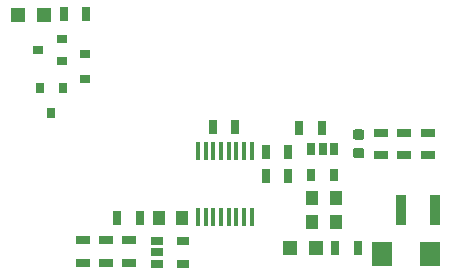
<source format=gtp>
G04 #@! TF.GenerationSoftware,KiCad,Pcbnew,(5.1.4-0-10_14)*
G04 #@! TF.CreationDate,2020-01-14T22:25:27-05:00*
G04 #@! TF.ProjectId,IMD_LATCH,494d445f-4c41-4544-9348-2e6b69636164,1*
G04 #@! TF.SameCoordinates,Original*
G04 #@! TF.FileFunction,Paste,Top*
G04 #@! TF.FilePolarity,Positive*
%FSLAX46Y46*%
G04 Gerber Fmt 4.6, Leading zero omitted, Abs format (unit mm)*
G04 Created by KiCad (PCBNEW (5.1.4-0-10_14)) date 2020-01-14 22:25:27*
%MOMM*%
%LPD*%
G04 APERTURE LIST*
%ADD10C,0.100000*%
%ADD11C,0.875000*%
%ADD12R,1.000000X1.250000*%
%ADD13R,1.778000X2.159000*%
%ADD14R,1.200000X1.200000*%
%ADD15R,0.900000X0.800000*%
%ADD16R,0.900000X2.500000*%
%ADD17R,0.800000X0.900000*%
%ADD18R,0.700000X1.300000*%
%ADD19R,1.300000X0.700000*%
%ADD20R,0.650000X1.060000*%
%ADD21R,0.350000X1.600000*%
%ADD22R,1.060000X0.650000*%
G04 APERTURE END LIST*
D10*
G36*
X152436391Y-121089853D02*
G01*
X152457626Y-121093003D01*
X152478450Y-121098219D01*
X152498662Y-121105451D01*
X152518068Y-121114630D01*
X152536481Y-121125666D01*
X152553724Y-121138454D01*
X152569630Y-121152870D01*
X152584046Y-121168776D01*
X152596834Y-121186019D01*
X152607870Y-121204432D01*
X152617049Y-121223838D01*
X152624281Y-121244050D01*
X152629497Y-121264874D01*
X152632647Y-121286109D01*
X152633700Y-121307550D01*
X152633700Y-121745050D01*
X152632647Y-121766491D01*
X152629497Y-121787726D01*
X152624281Y-121808550D01*
X152617049Y-121828762D01*
X152607870Y-121848168D01*
X152596834Y-121866581D01*
X152584046Y-121883824D01*
X152569630Y-121899730D01*
X152553724Y-121914146D01*
X152536481Y-121926934D01*
X152518068Y-121937970D01*
X152498662Y-121947149D01*
X152478450Y-121954381D01*
X152457626Y-121959597D01*
X152436391Y-121962747D01*
X152414950Y-121963800D01*
X151902450Y-121963800D01*
X151881009Y-121962747D01*
X151859774Y-121959597D01*
X151838950Y-121954381D01*
X151818738Y-121947149D01*
X151799332Y-121937970D01*
X151780919Y-121926934D01*
X151763676Y-121914146D01*
X151747770Y-121899730D01*
X151733354Y-121883824D01*
X151720566Y-121866581D01*
X151709530Y-121848168D01*
X151700351Y-121828762D01*
X151693119Y-121808550D01*
X151687903Y-121787726D01*
X151684753Y-121766491D01*
X151683700Y-121745050D01*
X151683700Y-121307550D01*
X151684753Y-121286109D01*
X151687903Y-121264874D01*
X151693119Y-121244050D01*
X151700351Y-121223838D01*
X151709530Y-121204432D01*
X151720566Y-121186019D01*
X151733354Y-121168776D01*
X151747770Y-121152870D01*
X151763676Y-121138454D01*
X151780919Y-121125666D01*
X151799332Y-121114630D01*
X151818738Y-121105451D01*
X151838950Y-121098219D01*
X151859774Y-121093003D01*
X151881009Y-121089853D01*
X151902450Y-121088800D01*
X152414950Y-121088800D01*
X152436391Y-121089853D01*
X152436391Y-121089853D01*
G37*
D11*
X152158700Y-121526300D03*
D10*
G36*
X152436391Y-119514853D02*
G01*
X152457626Y-119518003D01*
X152478450Y-119523219D01*
X152498662Y-119530451D01*
X152518068Y-119539630D01*
X152536481Y-119550666D01*
X152553724Y-119563454D01*
X152569630Y-119577870D01*
X152584046Y-119593776D01*
X152596834Y-119611019D01*
X152607870Y-119629432D01*
X152617049Y-119648838D01*
X152624281Y-119669050D01*
X152629497Y-119689874D01*
X152632647Y-119711109D01*
X152633700Y-119732550D01*
X152633700Y-120170050D01*
X152632647Y-120191491D01*
X152629497Y-120212726D01*
X152624281Y-120233550D01*
X152617049Y-120253762D01*
X152607870Y-120273168D01*
X152596834Y-120291581D01*
X152584046Y-120308824D01*
X152569630Y-120324730D01*
X152553724Y-120339146D01*
X152536481Y-120351934D01*
X152518068Y-120362970D01*
X152498662Y-120372149D01*
X152478450Y-120379381D01*
X152457626Y-120384597D01*
X152436391Y-120387747D01*
X152414950Y-120388800D01*
X151902450Y-120388800D01*
X151881009Y-120387747D01*
X151859774Y-120384597D01*
X151838950Y-120379381D01*
X151818738Y-120372149D01*
X151799332Y-120362970D01*
X151780919Y-120351934D01*
X151763676Y-120339146D01*
X151747770Y-120324730D01*
X151733354Y-120308824D01*
X151720566Y-120291581D01*
X151709530Y-120273168D01*
X151700351Y-120253762D01*
X151693119Y-120233550D01*
X151687903Y-120212726D01*
X151684753Y-120191491D01*
X151683700Y-120170050D01*
X151683700Y-119732550D01*
X151684753Y-119711109D01*
X151687903Y-119689874D01*
X151693119Y-119669050D01*
X151700351Y-119648838D01*
X151709530Y-119629432D01*
X151720566Y-119611019D01*
X151733354Y-119593776D01*
X151747770Y-119577870D01*
X151763676Y-119563454D01*
X151780919Y-119550666D01*
X151799332Y-119539630D01*
X151818738Y-119530451D01*
X151838950Y-119523219D01*
X151859774Y-119518003D01*
X151881009Y-119514853D01*
X151902450Y-119513800D01*
X152414950Y-119513800D01*
X152436391Y-119514853D01*
X152436391Y-119514853D01*
G37*
D11*
X152158700Y-119951300D03*
D12*
X150212300Y-127317500D03*
X148212300Y-127317500D03*
D13*
X158229300Y-130098800D03*
X154165300Y-130098800D03*
D14*
X148521600Y-129527300D03*
X146321600Y-129527300D03*
D15*
X128955800Y-113148400D03*
X128955800Y-115248400D03*
D14*
X123309200Y-109804200D03*
X125509200Y-109804200D03*
D16*
X158663300Y-126377700D03*
X155763300Y-126377700D03*
D17*
X126149100Y-118131300D03*
X125199100Y-116031300D03*
X127099100Y-116031300D03*
D15*
X127084800Y-113764100D03*
X127084800Y-111864100D03*
X124984800Y-112814100D03*
D18*
X144299900Y-123444000D03*
X146199900Y-123444000D03*
X144299900Y-121443750D03*
X146199900Y-121443750D03*
X149044700Y-119380000D03*
X147144700Y-119380000D03*
X152080000Y-129552700D03*
X150180000Y-129552700D03*
D19*
X158026100Y-119814300D03*
X158026100Y-121714300D03*
X155994100Y-119801600D03*
X155994100Y-121701600D03*
X154025600Y-119801600D03*
X154025600Y-121701600D03*
D18*
X139791400Y-119329200D03*
X141691400Y-119329200D03*
X127205700Y-109778800D03*
X129105700Y-109778800D03*
D19*
X132727700Y-128910000D03*
X132727700Y-130810000D03*
D18*
X133614200Y-127038100D03*
X131714200Y-127038100D03*
D19*
X128790700Y-130807500D03*
X128790700Y-128907500D03*
X130759200Y-130807500D03*
X130759200Y-128907500D03*
D20*
X150060700Y-123401000D03*
X148160700Y-123401000D03*
X148160700Y-121201000D03*
X149110700Y-121201000D03*
X150060700Y-121201000D03*
D21*
X138568000Y-126967900D03*
X139218000Y-126967900D03*
X139868000Y-126967900D03*
X140518000Y-126967900D03*
X141168000Y-126967900D03*
X141818000Y-126967900D03*
X142468000Y-126967900D03*
X143118000Y-126967900D03*
X143118000Y-121367900D03*
X142468000Y-121367900D03*
X141818000Y-121367900D03*
X141168000Y-121367900D03*
X140518000Y-121367900D03*
X139868000Y-121367900D03*
X139218000Y-121367900D03*
X138568000Y-121367900D03*
D22*
X135120200Y-128983700D03*
X135120200Y-129933700D03*
X135120200Y-130883700D03*
X137320200Y-130883700D03*
X137320200Y-128983700D03*
D12*
X148212300Y-125349000D03*
X150212300Y-125349000D03*
X137232900Y-127025400D03*
X135232900Y-127025400D03*
M02*

</source>
